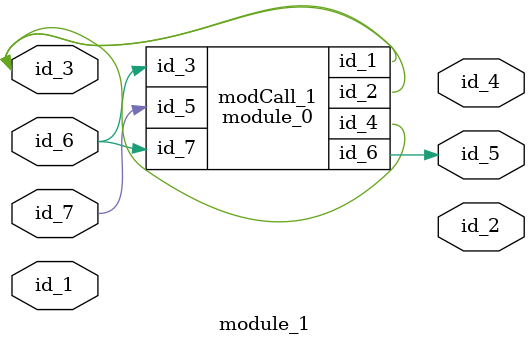
<source format=v>
module module_0 (
    id_1,
    id_2,
    id_3,
    id_4,
    id_5,
    id_6,
    id_7
);
  input wire id_7;
  output wire id_6;
  input wire id_5;
  inout wire id_4;
  input wire id_3;
  inout wire id_2;
  output wire id_1;
  wire id_8;
  assign id_6 = id_8;
  assign id_4 = 1;
endmodule
module module_1 (
    id_1,
    id_2,
    id_3,
    id_4,
    id_5,
    id_6,
    id_7
);
  input wire id_7;
  input wire id_6;
  output wire id_5;
  output wire id_4;
  inout wire id_3;
  output wire id_2;
  input wire id_1;
  wire id_8;
  module_0 modCall_1 (
      id_3,
      id_3,
      id_6,
      id_3,
      id_7,
      id_5,
      id_6
  );
endmodule

</source>
